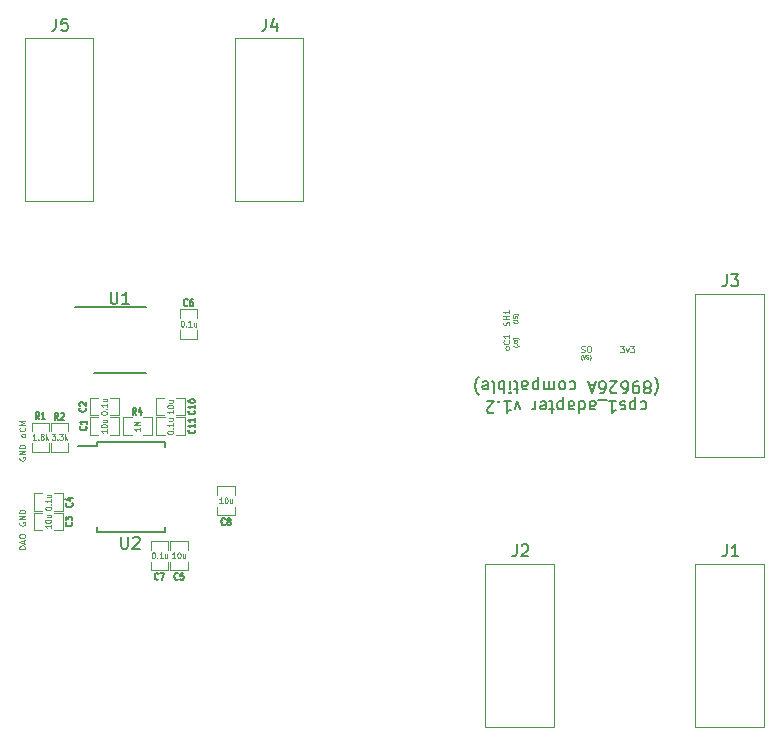
<source format=gbr>
G04 #@! TF.GenerationSoftware,KiCad,Pcbnew,5.1.2+dfsg1-1*
G04 #@! TF.CreationDate,2019-07-31T23:39:42+03:00*
G04 #@! TF.ProjectId,cps1_adapter,63707331-5f61-4646-9170-7465722e6b69,rev?*
G04 #@! TF.SameCoordinates,Original*
G04 #@! TF.FileFunction,Legend,Top*
G04 #@! TF.FilePolarity,Positive*
%FSLAX46Y46*%
G04 Gerber Fmt 4.6, Leading zero omitted, Abs format (unit mm)*
G04 Created by KiCad (PCBNEW 5.1.2+dfsg1-1) date 2019-07-31 23:39:42*
%MOMM*%
%LPD*%
G04 APERTURE LIST*
%ADD10C,0.075000*%
%ADD11C,0.200000*%
%ADD12C,0.150000*%
%ADD13C,0.120000*%
%ADD14C,0.119380*%
%ADD15C,0.127000*%
%ADD16C,0.114300*%
%ADD17C,0.100000*%
G04 APERTURE END LIST*
D10*
X86150000Y-57720000D02*
X86135714Y-57734285D01*
X86092857Y-57762857D01*
X86064285Y-57777142D01*
X86021428Y-57791428D01*
X85950000Y-57805714D01*
X85892857Y-57805714D01*
X85821428Y-57791428D01*
X85778571Y-57777142D01*
X85750000Y-57762857D01*
X85707142Y-57734285D01*
X85692857Y-57720000D01*
X85735714Y-57520000D02*
X85950000Y-57520000D01*
X85992857Y-57534285D01*
X86021428Y-57562857D01*
X86035714Y-57605714D01*
X86035714Y-57634285D01*
X85735714Y-57234285D02*
X85735714Y-57377142D01*
X85878571Y-57391428D01*
X85864285Y-57377142D01*
X85850000Y-57348571D01*
X85850000Y-57277142D01*
X85864285Y-57248571D01*
X85878571Y-57234285D01*
X85907142Y-57220000D01*
X85978571Y-57220000D01*
X86007142Y-57234285D01*
X86021428Y-57248571D01*
X86035714Y-57277142D01*
X86035714Y-57348571D01*
X86021428Y-57377142D01*
X86007142Y-57391428D01*
X86150000Y-57120000D02*
X86135714Y-57105714D01*
X86092857Y-57077142D01*
X86064285Y-57062857D01*
X86021428Y-57048571D01*
X85950000Y-57034285D01*
X85892857Y-57034285D01*
X85821428Y-57048571D01*
X85778571Y-57062857D01*
X85750000Y-57077142D01*
X85707142Y-57105714D01*
X85692857Y-57120000D01*
X86170000Y-59740000D02*
X86155714Y-59754285D01*
X86112857Y-59782857D01*
X86084285Y-59797142D01*
X86041428Y-59811428D01*
X85970000Y-59825714D01*
X85912857Y-59825714D01*
X85841428Y-59811428D01*
X85798571Y-59797142D01*
X85770000Y-59782857D01*
X85727142Y-59754285D01*
X85712857Y-59740000D01*
X85755714Y-59540000D02*
X85970000Y-59540000D01*
X86012857Y-59554285D01*
X86041428Y-59582857D01*
X86055714Y-59625714D01*
X86055714Y-59654285D01*
X85755714Y-59425714D02*
X85755714Y-59240000D01*
X85870000Y-59340000D01*
X85870000Y-59297142D01*
X85884285Y-59268571D01*
X85898571Y-59254285D01*
X85927142Y-59240000D01*
X85998571Y-59240000D01*
X86027142Y-59254285D01*
X86041428Y-59268571D01*
X86055714Y-59297142D01*
X86055714Y-59382857D01*
X86041428Y-59411428D01*
X86027142Y-59425714D01*
X86170000Y-59140000D02*
X86155714Y-59125714D01*
X86112857Y-59097142D01*
X86084285Y-59082857D01*
X86041428Y-59068571D01*
X85970000Y-59054285D01*
X85912857Y-59054285D01*
X85841428Y-59068571D01*
X85798571Y-59082857D01*
X85770000Y-59097142D01*
X85727142Y-59125714D01*
X85712857Y-59140000D01*
X91545714Y-60940000D02*
X91531428Y-60925714D01*
X91502857Y-60882857D01*
X91488571Y-60854285D01*
X91474285Y-60811428D01*
X91460000Y-60740000D01*
X91460000Y-60682857D01*
X91474285Y-60611428D01*
X91488571Y-60568571D01*
X91502857Y-60540000D01*
X91531428Y-60497142D01*
X91545714Y-60482857D01*
X91617142Y-60525714D02*
X91717142Y-60825714D01*
X91817142Y-60525714D01*
X91902857Y-60811428D02*
X91945714Y-60825714D01*
X92017142Y-60825714D01*
X92045714Y-60811428D01*
X92060000Y-60797142D01*
X92074285Y-60768571D01*
X92074285Y-60740000D01*
X92060000Y-60711428D01*
X92045714Y-60697142D01*
X92017142Y-60682857D01*
X91960000Y-60668571D01*
X91931428Y-60654285D01*
X91917142Y-60640000D01*
X91902857Y-60611428D01*
X91902857Y-60582857D01*
X91917142Y-60554285D01*
X91931428Y-60540000D01*
X91960000Y-60525714D01*
X92031428Y-60525714D01*
X92074285Y-60540000D01*
X92174285Y-60940000D02*
X92188571Y-60925714D01*
X92217142Y-60882857D01*
X92231428Y-60854285D01*
X92245714Y-60811428D01*
X92260000Y-60740000D01*
X92260000Y-60682857D01*
X92245714Y-60611428D01*
X92231428Y-60568571D01*
X92217142Y-60540000D01*
X92188571Y-60497142D01*
X92174285Y-60482857D01*
D11*
X96491904Y-64495238D02*
X96587142Y-64447619D01*
X96777619Y-64447619D01*
X96872857Y-64495238D01*
X96920476Y-64542857D01*
X96968095Y-64638095D01*
X96968095Y-64923809D01*
X96920476Y-65019047D01*
X96872857Y-65066666D01*
X96777619Y-65114285D01*
X96587142Y-65114285D01*
X96491904Y-65066666D01*
X96063333Y-65114285D02*
X96063333Y-64114285D01*
X96063333Y-65066666D02*
X95968095Y-65114285D01*
X95777619Y-65114285D01*
X95682380Y-65066666D01*
X95634761Y-65019047D01*
X95587142Y-64923809D01*
X95587142Y-64638095D01*
X95634761Y-64542857D01*
X95682380Y-64495238D01*
X95777619Y-64447619D01*
X95968095Y-64447619D01*
X96063333Y-64495238D01*
X95206190Y-64495238D02*
X95110952Y-64447619D01*
X94920476Y-64447619D01*
X94825238Y-64495238D01*
X94777619Y-64590476D01*
X94777619Y-64638095D01*
X94825238Y-64733333D01*
X94920476Y-64780952D01*
X95063333Y-64780952D01*
X95158571Y-64828571D01*
X95206190Y-64923809D01*
X95206190Y-64971428D01*
X95158571Y-65066666D01*
X95063333Y-65114285D01*
X94920476Y-65114285D01*
X94825238Y-65066666D01*
X93825238Y-64447619D02*
X94396666Y-64447619D01*
X94110952Y-64447619D02*
X94110952Y-65447619D01*
X94206190Y-65304761D01*
X94301428Y-65209523D01*
X94396666Y-65161904D01*
X93634761Y-64352380D02*
X92872857Y-64352380D01*
X92206190Y-64447619D02*
X92206190Y-64971428D01*
X92253809Y-65066666D01*
X92349047Y-65114285D01*
X92539523Y-65114285D01*
X92634761Y-65066666D01*
X92206190Y-64495238D02*
X92301428Y-64447619D01*
X92539523Y-64447619D01*
X92634761Y-64495238D01*
X92682380Y-64590476D01*
X92682380Y-64685714D01*
X92634761Y-64780952D01*
X92539523Y-64828571D01*
X92301428Y-64828571D01*
X92206190Y-64876190D01*
X91301428Y-64447619D02*
X91301428Y-65447619D01*
X91301428Y-64495238D02*
X91396666Y-64447619D01*
X91587142Y-64447619D01*
X91682380Y-64495238D01*
X91730000Y-64542857D01*
X91777619Y-64638095D01*
X91777619Y-64923809D01*
X91730000Y-65019047D01*
X91682380Y-65066666D01*
X91587142Y-65114285D01*
X91396666Y-65114285D01*
X91301428Y-65066666D01*
X90396666Y-64447619D02*
X90396666Y-64971428D01*
X90444285Y-65066666D01*
X90539523Y-65114285D01*
X90730000Y-65114285D01*
X90825238Y-65066666D01*
X90396666Y-64495238D02*
X90491904Y-64447619D01*
X90730000Y-64447619D01*
X90825238Y-64495238D01*
X90872857Y-64590476D01*
X90872857Y-64685714D01*
X90825238Y-64780952D01*
X90730000Y-64828571D01*
X90491904Y-64828571D01*
X90396666Y-64876190D01*
X89920476Y-65114285D02*
X89920476Y-64114285D01*
X89920476Y-65066666D02*
X89825238Y-65114285D01*
X89634761Y-65114285D01*
X89539523Y-65066666D01*
X89491904Y-65019047D01*
X89444285Y-64923809D01*
X89444285Y-64638095D01*
X89491904Y-64542857D01*
X89539523Y-64495238D01*
X89634761Y-64447619D01*
X89825238Y-64447619D01*
X89920476Y-64495238D01*
X89158571Y-65114285D02*
X88777619Y-65114285D01*
X89015714Y-65447619D02*
X89015714Y-64590476D01*
X88968095Y-64495238D01*
X88872857Y-64447619D01*
X88777619Y-64447619D01*
X88063333Y-64495238D02*
X88158571Y-64447619D01*
X88349047Y-64447619D01*
X88444285Y-64495238D01*
X88491904Y-64590476D01*
X88491904Y-64971428D01*
X88444285Y-65066666D01*
X88349047Y-65114285D01*
X88158571Y-65114285D01*
X88063333Y-65066666D01*
X88015714Y-64971428D01*
X88015714Y-64876190D01*
X88491904Y-64780952D01*
X87587142Y-64447619D02*
X87587142Y-65114285D01*
X87587142Y-64923809D02*
X87539523Y-65019047D01*
X87491904Y-65066666D01*
X87396666Y-65114285D01*
X87301428Y-65114285D01*
X86301428Y-65114285D02*
X86063333Y-64447619D01*
X85825238Y-65114285D01*
X84920476Y-64447619D02*
X85491904Y-64447619D01*
X85206190Y-64447619D02*
X85206190Y-65447619D01*
X85301428Y-65304761D01*
X85396666Y-65209523D01*
X85491904Y-65161904D01*
X84491904Y-64542857D02*
X84444285Y-64495238D01*
X84491904Y-64447619D01*
X84539523Y-64495238D01*
X84491904Y-64542857D01*
X84491904Y-64447619D01*
X84063333Y-65352380D02*
X84015714Y-65400000D01*
X83920476Y-65447619D01*
X83682380Y-65447619D01*
X83587142Y-65400000D01*
X83539523Y-65352380D01*
X83491904Y-65257142D01*
X83491904Y-65161904D01*
X83539523Y-65019047D01*
X84110952Y-64447619D01*
X83491904Y-64447619D01*
X97682380Y-62366666D02*
X97730000Y-62414285D01*
X97825238Y-62557142D01*
X97872857Y-62652380D01*
X97920476Y-62795238D01*
X97968095Y-63033333D01*
X97968095Y-63223809D01*
X97920476Y-63461904D01*
X97872857Y-63604761D01*
X97825238Y-63700000D01*
X97730000Y-63842857D01*
X97682380Y-63890476D01*
X97158571Y-63319047D02*
X97253809Y-63366666D01*
X97301428Y-63414285D01*
X97349047Y-63509523D01*
X97349047Y-63557142D01*
X97301428Y-63652380D01*
X97253809Y-63700000D01*
X97158571Y-63747619D01*
X96968095Y-63747619D01*
X96872857Y-63700000D01*
X96825238Y-63652380D01*
X96777619Y-63557142D01*
X96777619Y-63509523D01*
X96825238Y-63414285D01*
X96872857Y-63366666D01*
X96968095Y-63319047D01*
X97158571Y-63319047D01*
X97253809Y-63271428D01*
X97301428Y-63223809D01*
X97349047Y-63128571D01*
X97349047Y-62938095D01*
X97301428Y-62842857D01*
X97253809Y-62795238D01*
X97158571Y-62747619D01*
X96968095Y-62747619D01*
X96872857Y-62795238D01*
X96825238Y-62842857D01*
X96777619Y-62938095D01*
X96777619Y-63128571D01*
X96825238Y-63223809D01*
X96872857Y-63271428D01*
X96968095Y-63319047D01*
X96301428Y-62747619D02*
X96110952Y-62747619D01*
X96015714Y-62795238D01*
X95968095Y-62842857D01*
X95872857Y-62985714D01*
X95825238Y-63176190D01*
X95825238Y-63557142D01*
X95872857Y-63652380D01*
X95920476Y-63700000D01*
X96015714Y-63747619D01*
X96206190Y-63747619D01*
X96301428Y-63700000D01*
X96349047Y-63652380D01*
X96396666Y-63557142D01*
X96396666Y-63319047D01*
X96349047Y-63223809D01*
X96301428Y-63176190D01*
X96206190Y-63128571D01*
X96015714Y-63128571D01*
X95920476Y-63176190D01*
X95872857Y-63223809D01*
X95825238Y-63319047D01*
X94968095Y-63747619D02*
X95158571Y-63747619D01*
X95253809Y-63700000D01*
X95301428Y-63652380D01*
X95396666Y-63509523D01*
X95444285Y-63319047D01*
X95444285Y-62938095D01*
X95396666Y-62842857D01*
X95349047Y-62795238D01*
X95253809Y-62747619D01*
X95063333Y-62747619D01*
X94968095Y-62795238D01*
X94920476Y-62842857D01*
X94872857Y-62938095D01*
X94872857Y-63176190D01*
X94920476Y-63271428D01*
X94968095Y-63319047D01*
X95063333Y-63366666D01*
X95253809Y-63366666D01*
X95349047Y-63319047D01*
X95396666Y-63271428D01*
X95444285Y-63176190D01*
X94491904Y-63652380D02*
X94444285Y-63700000D01*
X94349047Y-63747619D01*
X94110952Y-63747619D01*
X94015714Y-63700000D01*
X93968095Y-63652380D01*
X93920476Y-63557142D01*
X93920476Y-63461904D01*
X93968095Y-63319047D01*
X94539523Y-62747619D01*
X93920476Y-62747619D01*
X93063333Y-63747619D02*
X93253809Y-63747619D01*
X93349047Y-63700000D01*
X93396666Y-63652380D01*
X93491904Y-63509523D01*
X93539523Y-63319047D01*
X93539523Y-62938095D01*
X93491904Y-62842857D01*
X93444285Y-62795238D01*
X93349047Y-62747619D01*
X93158571Y-62747619D01*
X93063333Y-62795238D01*
X93015714Y-62842857D01*
X92968095Y-62938095D01*
X92968095Y-63176190D01*
X93015714Y-63271428D01*
X93063333Y-63319047D01*
X93158571Y-63366666D01*
X93349047Y-63366666D01*
X93444285Y-63319047D01*
X93491904Y-63271428D01*
X93539523Y-63176190D01*
X92587142Y-63033333D02*
X92110952Y-63033333D01*
X92682380Y-62747619D02*
X92349047Y-63747619D01*
X92015714Y-62747619D01*
X90491904Y-62795238D02*
X90587142Y-62747619D01*
X90777619Y-62747619D01*
X90872857Y-62795238D01*
X90920476Y-62842857D01*
X90968095Y-62938095D01*
X90968095Y-63223809D01*
X90920476Y-63319047D01*
X90872857Y-63366666D01*
X90777619Y-63414285D01*
X90587142Y-63414285D01*
X90491904Y-63366666D01*
X89920476Y-62747619D02*
X90015714Y-62795238D01*
X90063333Y-62842857D01*
X90110952Y-62938095D01*
X90110952Y-63223809D01*
X90063333Y-63319047D01*
X90015714Y-63366666D01*
X89920476Y-63414285D01*
X89777619Y-63414285D01*
X89682380Y-63366666D01*
X89634761Y-63319047D01*
X89587142Y-63223809D01*
X89587142Y-62938095D01*
X89634761Y-62842857D01*
X89682380Y-62795238D01*
X89777619Y-62747619D01*
X89920476Y-62747619D01*
X89158571Y-62747619D02*
X89158571Y-63414285D01*
X89158571Y-63319047D02*
X89110952Y-63366666D01*
X89015714Y-63414285D01*
X88872857Y-63414285D01*
X88777619Y-63366666D01*
X88730000Y-63271428D01*
X88730000Y-62747619D01*
X88730000Y-63271428D02*
X88682380Y-63366666D01*
X88587142Y-63414285D01*
X88444285Y-63414285D01*
X88349047Y-63366666D01*
X88301428Y-63271428D01*
X88301428Y-62747619D01*
X87825238Y-63414285D02*
X87825238Y-62414285D01*
X87825238Y-63366666D02*
X87730000Y-63414285D01*
X87539523Y-63414285D01*
X87444285Y-63366666D01*
X87396666Y-63319047D01*
X87349047Y-63223809D01*
X87349047Y-62938095D01*
X87396666Y-62842857D01*
X87444285Y-62795238D01*
X87539523Y-62747619D01*
X87730000Y-62747619D01*
X87825238Y-62795238D01*
X86491904Y-62747619D02*
X86491904Y-63271428D01*
X86539523Y-63366666D01*
X86634761Y-63414285D01*
X86825238Y-63414285D01*
X86920476Y-63366666D01*
X86491904Y-62795238D02*
X86587142Y-62747619D01*
X86825238Y-62747619D01*
X86920476Y-62795238D01*
X86968095Y-62890476D01*
X86968095Y-62985714D01*
X86920476Y-63080952D01*
X86825238Y-63128571D01*
X86587142Y-63128571D01*
X86491904Y-63176190D01*
X86158571Y-63414285D02*
X85777619Y-63414285D01*
X86015714Y-63747619D02*
X86015714Y-62890476D01*
X85968095Y-62795238D01*
X85872857Y-62747619D01*
X85777619Y-62747619D01*
X85444285Y-62747619D02*
X85444285Y-63414285D01*
X85444285Y-63747619D02*
X85491904Y-63700000D01*
X85444285Y-63652380D01*
X85396666Y-63700000D01*
X85444285Y-63747619D01*
X85444285Y-63652380D01*
X84968095Y-62747619D02*
X84968095Y-63747619D01*
X84968095Y-63366666D02*
X84872857Y-63414285D01*
X84682380Y-63414285D01*
X84587142Y-63366666D01*
X84539523Y-63319047D01*
X84491904Y-63223809D01*
X84491904Y-62938095D01*
X84539523Y-62842857D01*
X84587142Y-62795238D01*
X84682380Y-62747619D01*
X84872857Y-62747619D01*
X84968095Y-62795238D01*
X83920476Y-62747619D02*
X84015714Y-62795238D01*
X84063333Y-62890476D01*
X84063333Y-63747619D01*
X83158571Y-62795238D02*
X83253809Y-62747619D01*
X83444285Y-62747619D01*
X83539523Y-62795238D01*
X83587142Y-62890476D01*
X83587142Y-63271428D01*
X83539523Y-63366666D01*
X83444285Y-63414285D01*
X83253809Y-63414285D01*
X83158571Y-63366666D01*
X83110952Y-63271428D01*
X83110952Y-63176190D01*
X83587142Y-63080952D01*
X82777619Y-62366666D02*
X82730000Y-62414285D01*
X82634761Y-62557142D01*
X82587142Y-62652380D01*
X82539523Y-62795238D01*
X82491904Y-63033333D01*
X82491904Y-63223809D01*
X82539523Y-63461904D01*
X82587142Y-63604761D01*
X82634761Y-63700000D01*
X82730000Y-63842857D01*
X82777619Y-63890476D01*
D12*
X50475000Y-67855000D02*
X50475000Y-68205000D01*
X56225000Y-67855000D02*
X56225000Y-68305000D01*
X56225000Y-75505000D02*
X56225000Y-75055000D01*
X50475000Y-75505000D02*
X50475000Y-75055000D01*
X50475000Y-67855000D02*
X56225000Y-67855000D01*
X50475000Y-75505000D02*
X56225000Y-75505000D01*
X50475000Y-68205000D02*
X48875000Y-68205000D01*
X50190000Y-62005000D02*
X54590000Y-62005000D01*
X48615000Y-56480000D02*
X54590000Y-56480000D01*
D13*
X50155000Y-33680000D02*
X44355000Y-33680000D01*
X44355000Y-33680000D02*
X44355000Y-47480000D01*
X44355000Y-47480000D02*
X50155000Y-47480000D01*
X50155000Y-47480000D02*
X50155000Y-33680000D01*
X106935000Y-69120000D02*
X106935000Y-55320000D01*
X101135000Y-69120000D02*
X106935000Y-69120000D01*
X101135000Y-55320000D02*
X101135000Y-69120000D01*
X106935000Y-55320000D02*
X101135000Y-55320000D01*
X89155000Y-78180000D02*
X83355000Y-78180000D01*
X83355000Y-78180000D02*
X83355000Y-91980000D01*
X83355000Y-91980000D02*
X89155000Y-91980000D01*
X89155000Y-91980000D02*
X89155000Y-78180000D01*
X106935000Y-91980000D02*
X106935000Y-78180000D01*
X101135000Y-91980000D02*
X106935000Y-91980000D01*
X101135000Y-78180000D02*
X101135000Y-91980000D01*
X106935000Y-78180000D02*
X101135000Y-78180000D01*
X67935000Y-33680000D02*
X62135000Y-33680000D01*
X62135000Y-33680000D02*
X62135000Y-47480000D01*
X62135000Y-47480000D02*
X67935000Y-47480000D01*
X67935000Y-47480000D02*
X67935000Y-33680000D01*
D14*
X50589620Y-64165940D02*
X49891120Y-64165940D01*
X51590380Y-64165940D02*
X52288880Y-64165940D01*
X50589620Y-65634060D02*
X49891120Y-65634060D01*
X52288880Y-65634060D02*
X51590380Y-65634060D01*
X49850480Y-65636600D02*
X49850480Y-64163400D01*
X52329520Y-64163400D02*
X52329520Y-65636600D01*
X47589520Y-73873400D02*
X47589520Y-75346600D01*
X45110480Y-75346600D02*
X45110480Y-73873400D01*
X47548880Y-75344060D02*
X46850380Y-75344060D01*
X45849620Y-75344060D02*
X45151120Y-75344060D01*
X46850380Y-73875940D02*
X47548880Y-73875940D01*
X45849620Y-73875940D02*
X45151120Y-73875940D01*
X45859620Y-72245940D02*
X45161120Y-72245940D01*
X46860380Y-72245940D02*
X47558880Y-72245940D01*
X45859620Y-73714060D02*
X45161120Y-73714060D01*
X47558880Y-73714060D02*
X46860380Y-73714060D01*
X45120480Y-73716600D02*
X45120480Y-72243400D01*
X47599520Y-72243400D02*
X47599520Y-73716600D01*
X56675940Y-78010380D02*
X56675940Y-78708880D01*
X56675940Y-77009620D02*
X56675940Y-76311120D01*
X58144060Y-78010380D02*
X58144060Y-78708880D01*
X58144060Y-76311120D02*
X58144060Y-77009620D01*
X58146600Y-78749520D02*
X56673400Y-78749520D01*
X56673400Y-76270480D02*
X58146600Y-76270480D01*
X57200380Y-67264060D02*
X57898880Y-67264060D01*
X56199620Y-67264060D02*
X55501120Y-67264060D01*
X57200380Y-65795940D02*
X57898880Y-65795940D01*
X55501120Y-65795940D02*
X56199620Y-65795940D01*
X57939520Y-65793400D02*
X57939520Y-67266600D01*
X55460480Y-67266600D02*
X55460480Y-65793400D01*
X55450480Y-65636600D02*
X55450480Y-64163400D01*
X57929520Y-64163400D02*
X57929520Y-65636600D01*
X55491120Y-64165940D02*
X56189620Y-64165940D01*
X57190380Y-64165940D02*
X57888880Y-64165940D01*
X56189620Y-65634060D02*
X55491120Y-65634060D01*
X57190380Y-65634060D02*
X57888880Y-65634060D01*
X62136600Y-74099520D02*
X60663400Y-74099520D01*
X60663400Y-71620480D02*
X62136600Y-71620480D01*
X60665940Y-74058880D02*
X60665940Y-73360380D01*
X60665940Y-72359620D02*
X60665940Y-71661120D01*
X62134060Y-73360380D02*
X62134060Y-74058880D01*
X62134060Y-72359620D02*
X62134060Y-71661120D01*
X55045940Y-78010380D02*
X55045940Y-78708880D01*
X55045940Y-77009620D02*
X55045940Y-76311120D01*
X56514060Y-78010380D02*
X56514060Y-78708880D01*
X56514060Y-76311120D02*
X56514060Y-77009620D01*
X56516600Y-78749520D02*
X55043400Y-78749520D01*
X55043400Y-76270480D02*
X56516600Y-76270480D01*
X57493400Y-56650480D02*
X58966600Y-56650480D01*
X58966600Y-59129520D02*
X57493400Y-59129520D01*
X58964060Y-56691120D02*
X58964060Y-57389620D01*
X58964060Y-58390380D02*
X58964060Y-59088880D01*
X57495940Y-57389620D02*
X57495940Y-56691120D01*
X57495940Y-58390380D02*
X57495940Y-59088880D01*
X50589620Y-65795940D02*
X49891120Y-65795940D01*
X51590380Y-65795940D02*
X52288880Y-65795940D01*
X50589620Y-67264060D02*
X49891120Y-67264060D01*
X52288880Y-67264060D02*
X51590380Y-67264060D01*
X49850480Y-67266600D02*
X49850480Y-65793400D01*
X52329520Y-65793400D02*
X52329520Y-67266600D01*
X54400380Y-67274060D02*
X55098880Y-67274060D01*
X53399620Y-67274060D02*
X52701120Y-67274060D01*
X54400380Y-65805940D02*
X55098880Y-65805940D01*
X52701120Y-65805940D02*
X53399620Y-65805940D01*
X55139520Y-65803400D02*
X55139520Y-67276600D01*
X52660480Y-67276600D02*
X52660480Y-65803400D01*
X48044060Y-66979620D02*
X48044060Y-66281120D01*
X48044060Y-67980380D02*
X48044060Y-68678880D01*
X46575940Y-66979620D02*
X46575940Y-66281120D01*
X46575940Y-68678880D02*
X46575940Y-67980380D01*
X46573400Y-66240480D02*
X48046600Y-66240480D01*
X48046600Y-68719520D02*
X46573400Y-68719520D01*
X44953400Y-66240480D02*
X46426600Y-66240480D01*
X46426600Y-68719520D02*
X44953400Y-68719520D01*
X46424060Y-66281120D02*
X46424060Y-66979620D01*
X46424060Y-67980380D02*
X46424060Y-68678880D01*
X44955940Y-66979620D02*
X44955940Y-66281120D01*
X44955940Y-67980380D02*
X44955940Y-68678880D01*
D12*
X52518095Y-75922380D02*
X52518095Y-76731904D01*
X52565714Y-76827142D01*
X52613333Y-76874761D01*
X52708571Y-76922380D01*
X52899047Y-76922380D01*
X52994285Y-76874761D01*
X53041904Y-76827142D01*
X53089523Y-76731904D01*
X53089523Y-75922380D01*
X53518095Y-76017619D02*
X53565714Y-75970000D01*
X53660952Y-75922380D01*
X53899047Y-75922380D01*
X53994285Y-75970000D01*
X54041904Y-76017619D01*
X54089523Y-76112857D01*
X54089523Y-76208095D01*
X54041904Y-76350952D01*
X53470476Y-76922380D01*
X54089523Y-76922380D01*
X51628095Y-55182380D02*
X51628095Y-55991904D01*
X51675714Y-56087142D01*
X51723333Y-56134761D01*
X51818571Y-56182380D01*
X52009047Y-56182380D01*
X52104285Y-56134761D01*
X52151904Y-56087142D01*
X52199523Y-55991904D01*
X52199523Y-55182380D01*
X53199523Y-56182380D02*
X52628095Y-56182380D01*
X52913809Y-56182380D02*
X52913809Y-55182380D01*
X52818571Y-55325238D01*
X52723333Y-55420476D01*
X52628095Y-55468095D01*
X47008026Y-32064400D02*
X47008026Y-32778686D01*
X46960407Y-32921543D01*
X46865169Y-33016781D01*
X46722312Y-33064400D01*
X46627074Y-33064400D01*
X47960407Y-32064400D02*
X47484217Y-32064400D01*
X47436598Y-32540591D01*
X47484217Y-32492972D01*
X47579455Y-32445353D01*
X47817550Y-32445353D01*
X47912788Y-32492972D01*
X47960407Y-32540591D01*
X48008026Y-32635829D01*
X48008026Y-32873924D01*
X47960407Y-32969162D01*
X47912788Y-33016781D01*
X47817550Y-33064400D01*
X47579455Y-33064400D01*
X47484217Y-33016781D01*
X47436598Y-32969162D01*
X103788026Y-53704400D02*
X103788026Y-54418686D01*
X103740407Y-54561543D01*
X103645169Y-54656781D01*
X103502312Y-54704400D01*
X103407074Y-54704400D01*
X104168979Y-53704400D02*
X104788026Y-53704400D01*
X104454693Y-54085353D01*
X104597550Y-54085353D01*
X104692788Y-54132972D01*
X104740407Y-54180591D01*
X104788026Y-54275829D01*
X104788026Y-54513924D01*
X104740407Y-54609162D01*
X104692788Y-54656781D01*
X104597550Y-54704400D01*
X104311836Y-54704400D01*
X104216598Y-54656781D01*
X104168979Y-54609162D01*
X86008026Y-76564400D02*
X86008026Y-77278686D01*
X85960407Y-77421543D01*
X85865169Y-77516781D01*
X85722312Y-77564400D01*
X85627074Y-77564400D01*
X86436598Y-76659639D02*
X86484217Y-76612020D01*
X86579455Y-76564400D01*
X86817550Y-76564400D01*
X86912788Y-76612020D01*
X86960407Y-76659639D01*
X87008026Y-76754877D01*
X87008026Y-76850115D01*
X86960407Y-76992972D01*
X86388979Y-77564400D01*
X87008026Y-77564400D01*
X103788026Y-76564400D02*
X103788026Y-77278686D01*
X103740407Y-77421543D01*
X103645169Y-77516781D01*
X103502312Y-77564400D01*
X103407074Y-77564400D01*
X104788026Y-77564400D02*
X104216598Y-77564400D01*
X104502312Y-77564400D02*
X104502312Y-76564400D01*
X104407074Y-76707258D01*
X104311836Y-76802496D01*
X104216598Y-76850115D01*
X64788026Y-32064400D02*
X64788026Y-32778686D01*
X64740407Y-32921543D01*
X64645169Y-33016781D01*
X64502312Y-33064400D01*
X64407074Y-33064400D01*
X65692788Y-32397734D02*
X65692788Y-33064400D01*
X65454693Y-32016781D02*
X65216598Y-32731067D01*
X65835645Y-32731067D01*
D15*
X49508642Y-64994666D02*
X49536461Y-65018857D01*
X49564280Y-65091428D01*
X49564280Y-65139809D01*
X49536461Y-65212380D01*
X49480823Y-65260761D01*
X49425185Y-65284952D01*
X49313909Y-65309142D01*
X49230452Y-65309142D01*
X49119176Y-65284952D01*
X49063538Y-65260761D01*
X49007900Y-65212380D01*
X48980080Y-65139809D01*
X48980080Y-65091428D01*
X49007900Y-65018857D01*
X49035719Y-64994666D01*
X49035719Y-64801142D02*
X49007900Y-64776952D01*
X48980080Y-64728571D01*
X48980080Y-64607619D01*
X49007900Y-64559238D01*
X49035719Y-64535047D01*
X49091357Y-64510857D01*
X49146995Y-64510857D01*
X49230452Y-64535047D01*
X49564280Y-64825333D01*
X49564280Y-64510857D01*
D16*
X50811809Y-65455171D02*
X50811809Y-65411628D01*
X50836000Y-65368085D01*
X50860190Y-65346314D01*
X50908571Y-65324542D01*
X51005333Y-65302771D01*
X51126285Y-65302771D01*
X51223047Y-65324542D01*
X51271428Y-65346314D01*
X51295619Y-65368085D01*
X51319809Y-65411628D01*
X51319809Y-65455171D01*
X51295619Y-65498714D01*
X51271428Y-65520485D01*
X51223047Y-65542257D01*
X51126285Y-65564028D01*
X51005333Y-65564028D01*
X50908571Y-65542257D01*
X50860190Y-65520485D01*
X50836000Y-65498714D01*
X50811809Y-65455171D01*
X51271428Y-65106828D02*
X51295619Y-65085057D01*
X51319809Y-65106828D01*
X51295619Y-65128600D01*
X51271428Y-65106828D01*
X51319809Y-65106828D01*
X51319809Y-64649628D02*
X51319809Y-64910885D01*
X51319809Y-64780257D02*
X50811809Y-64780257D01*
X50884380Y-64823800D01*
X50932761Y-64867342D01*
X50956952Y-64910885D01*
X50981142Y-64257742D02*
X51319809Y-64257742D01*
X50981142Y-64453685D02*
X51247238Y-64453685D01*
X51295619Y-64431914D01*
X51319809Y-64388371D01*
X51319809Y-64323057D01*
X51295619Y-64279514D01*
X51271428Y-64257742D01*
D15*
X48336642Y-74694666D02*
X48364461Y-74718857D01*
X48392280Y-74791428D01*
X48392280Y-74839809D01*
X48364461Y-74912380D01*
X48308823Y-74960761D01*
X48253185Y-74984952D01*
X48141909Y-75009142D01*
X48058452Y-75009142D01*
X47947176Y-74984952D01*
X47891538Y-74960761D01*
X47835900Y-74912380D01*
X47808080Y-74839809D01*
X47808080Y-74791428D01*
X47835900Y-74718857D01*
X47863719Y-74694666D01*
X47808080Y-74525333D02*
X47808080Y-74210857D01*
X48030633Y-74380190D01*
X48030633Y-74307619D01*
X48058452Y-74259238D01*
X48086271Y-74235047D01*
X48141909Y-74210857D01*
X48281004Y-74210857D01*
X48336642Y-74235047D01*
X48364461Y-74259238D01*
X48392280Y-74307619D01*
X48392280Y-74452761D01*
X48364461Y-74501142D01*
X48336642Y-74525333D01*
D16*
X46579809Y-74903914D02*
X46579809Y-75165171D01*
X46579809Y-75034542D02*
X46071809Y-75034542D01*
X46144380Y-75078085D01*
X46192761Y-75121628D01*
X46216952Y-75165171D01*
X46071809Y-74620885D02*
X46071809Y-74577342D01*
X46096000Y-74533800D01*
X46120190Y-74512028D01*
X46168571Y-74490257D01*
X46265333Y-74468485D01*
X46386285Y-74468485D01*
X46483047Y-74490257D01*
X46531428Y-74512028D01*
X46555619Y-74533800D01*
X46579809Y-74577342D01*
X46579809Y-74620885D01*
X46555619Y-74664428D01*
X46531428Y-74686200D01*
X46483047Y-74707971D01*
X46386285Y-74729742D01*
X46265333Y-74729742D01*
X46168571Y-74707971D01*
X46120190Y-74686200D01*
X46096000Y-74664428D01*
X46071809Y-74620885D01*
X46241142Y-74076600D02*
X46579809Y-74076600D01*
X46241142Y-74272542D02*
X46507238Y-74272542D01*
X46555619Y-74250771D01*
X46579809Y-74207228D01*
X46579809Y-74141914D01*
X46555619Y-74098371D01*
X46531428Y-74076600D01*
D15*
X48346642Y-73064666D02*
X48374461Y-73088857D01*
X48402280Y-73161428D01*
X48402280Y-73209809D01*
X48374461Y-73282380D01*
X48318823Y-73330761D01*
X48263185Y-73354952D01*
X48151909Y-73379142D01*
X48068452Y-73379142D01*
X47957176Y-73354952D01*
X47901538Y-73330761D01*
X47845900Y-73282380D01*
X47818080Y-73209809D01*
X47818080Y-73161428D01*
X47845900Y-73088857D01*
X47873719Y-73064666D01*
X48012814Y-72629238D02*
X48402280Y-72629238D01*
X47790261Y-72750190D02*
X48207547Y-72871142D01*
X48207547Y-72556666D01*
D16*
X46081809Y-73535171D02*
X46081809Y-73491628D01*
X46106000Y-73448085D01*
X46130190Y-73426314D01*
X46178571Y-73404542D01*
X46275333Y-73382771D01*
X46396285Y-73382771D01*
X46493047Y-73404542D01*
X46541428Y-73426314D01*
X46565619Y-73448085D01*
X46589809Y-73491628D01*
X46589809Y-73535171D01*
X46565619Y-73578714D01*
X46541428Y-73600485D01*
X46493047Y-73622257D01*
X46396285Y-73644028D01*
X46275333Y-73644028D01*
X46178571Y-73622257D01*
X46130190Y-73600485D01*
X46106000Y-73578714D01*
X46081809Y-73535171D01*
X46541428Y-73186828D02*
X46565619Y-73165057D01*
X46589809Y-73186828D01*
X46565619Y-73208600D01*
X46541428Y-73186828D01*
X46589809Y-73186828D01*
X46589809Y-72729628D02*
X46589809Y-72990885D01*
X46589809Y-72860257D02*
X46081809Y-72860257D01*
X46154380Y-72903800D01*
X46202761Y-72947342D01*
X46226952Y-72990885D01*
X46251142Y-72337742D02*
X46589809Y-72337742D01*
X46251142Y-72533685D02*
X46517238Y-72533685D01*
X46565619Y-72511914D01*
X46589809Y-72468371D01*
X46589809Y-72403057D01*
X46565619Y-72359514D01*
X46541428Y-72337742D01*
D15*
X57335333Y-79488642D02*
X57311142Y-79516461D01*
X57238571Y-79544280D01*
X57190190Y-79544280D01*
X57117619Y-79516461D01*
X57069238Y-79460823D01*
X57045047Y-79405185D01*
X57020857Y-79293909D01*
X57020857Y-79210452D01*
X57045047Y-79099176D01*
X57069238Y-79043538D01*
X57117619Y-78987900D01*
X57190190Y-78960080D01*
X57238571Y-78960080D01*
X57311142Y-78987900D01*
X57335333Y-79015719D01*
X57794952Y-78960080D02*
X57553047Y-78960080D01*
X57528857Y-79238271D01*
X57553047Y-79210452D01*
X57601428Y-79182633D01*
X57722380Y-79182633D01*
X57770761Y-79210452D01*
X57794952Y-79238271D01*
X57819142Y-79293909D01*
X57819142Y-79433004D01*
X57794952Y-79488642D01*
X57770761Y-79516461D01*
X57722380Y-79544280D01*
X57601428Y-79544280D01*
X57553047Y-79516461D01*
X57528857Y-79488642D01*
D16*
X57116085Y-77739809D02*
X56854828Y-77739809D01*
X56985457Y-77739809D02*
X56985457Y-77231809D01*
X56941914Y-77304380D01*
X56898371Y-77352761D01*
X56854828Y-77376952D01*
X57399114Y-77231809D02*
X57442657Y-77231809D01*
X57486200Y-77256000D01*
X57507971Y-77280190D01*
X57529742Y-77328571D01*
X57551514Y-77425333D01*
X57551514Y-77546285D01*
X57529742Y-77643047D01*
X57507971Y-77691428D01*
X57486200Y-77715619D01*
X57442657Y-77739809D01*
X57399114Y-77739809D01*
X57355571Y-77715619D01*
X57333800Y-77691428D01*
X57312028Y-77643047D01*
X57290257Y-77546285D01*
X57290257Y-77425333D01*
X57312028Y-77328571D01*
X57333800Y-77280190D01*
X57355571Y-77256000D01*
X57399114Y-77231809D01*
X57943400Y-77401142D02*
X57943400Y-77739809D01*
X57747457Y-77401142D02*
X57747457Y-77667238D01*
X57769228Y-77715619D01*
X57812771Y-77739809D01*
X57878085Y-77739809D01*
X57921628Y-77715619D01*
X57943400Y-77691428D01*
D15*
X58748642Y-66846571D02*
X58776461Y-66870761D01*
X58804280Y-66943333D01*
X58804280Y-66991714D01*
X58776461Y-67064285D01*
X58720823Y-67112666D01*
X58665185Y-67136857D01*
X58553909Y-67161047D01*
X58470452Y-67161047D01*
X58359176Y-67136857D01*
X58303538Y-67112666D01*
X58247900Y-67064285D01*
X58220080Y-66991714D01*
X58220080Y-66943333D01*
X58247900Y-66870761D01*
X58275719Y-66846571D01*
X58804280Y-66362761D02*
X58804280Y-66653047D01*
X58804280Y-66507904D02*
X58220080Y-66507904D01*
X58303538Y-66556285D01*
X58359176Y-66604666D01*
X58386995Y-66653047D01*
X58804280Y-65878952D02*
X58804280Y-66169238D01*
X58804280Y-66024095D02*
X58220080Y-66024095D01*
X58303538Y-66072476D01*
X58359176Y-66120857D01*
X58386995Y-66169238D01*
D16*
X56421809Y-67085171D02*
X56421809Y-67041628D01*
X56446000Y-66998085D01*
X56470190Y-66976314D01*
X56518571Y-66954542D01*
X56615333Y-66932771D01*
X56736285Y-66932771D01*
X56833047Y-66954542D01*
X56881428Y-66976314D01*
X56905619Y-66998085D01*
X56929809Y-67041628D01*
X56929809Y-67085171D01*
X56905619Y-67128714D01*
X56881428Y-67150485D01*
X56833047Y-67172257D01*
X56736285Y-67194028D01*
X56615333Y-67194028D01*
X56518571Y-67172257D01*
X56470190Y-67150485D01*
X56446000Y-67128714D01*
X56421809Y-67085171D01*
X56881428Y-66736828D02*
X56905619Y-66715057D01*
X56929809Y-66736828D01*
X56905619Y-66758600D01*
X56881428Y-66736828D01*
X56929809Y-66736828D01*
X56929809Y-66279628D02*
X56929809Y-66540885D01*
X56929809Y-66410257D02*
X56421809Y-66410257D01*
X56494380Y-66453800D01*
X56542761Y-66497342D01*
X56566952Y-66540885D01*
X56591142Y-65887742D02*
X56929809Y-65887742D01*
X56591142Y-66083685D02*
X56857238Y-66083685D01*
X56905619Y-66061914D01*
X56929809Y-66018371D01*
X56929809Y-65953057D01*
X56905619Y-65909514D01*
X56881428Y-65887742D01*
D15*
X58728642Y-65236571D02*
X58756461Y-65260761D01*
X58784280Y-65333333D01*
X58784280Y-65381714D01*
X58756461Y-65454285D01*
X58700823Y-65502666D01*
X58645185Y-65526857D01*
X58533909Y-65551047D01*
X58450452Y-65551047D01*
X58339176Y-65526857D01*
X58283538Y-65502666D01*
X58227900Y-65454285D01*
X58200080Y-65381714D01*
X58200080Y-65333333D01*
X58227900Y-65260761D01*
X58255719Y-65236571D01*
X58784280Y-64752761D02*
X58784280Y-65043047D01*
X58784280Y-64897904D02*
X58200080Y-64897904D01*
X58283538Y-64946285D01*
X58339176Y-64994666D01*
X58366995Y-65043047D01*
X58200080Y-64438285D02*
X58200080Y-64389904D01*
X58227900Y-64341523D01*
X58255719Y-64317333D01*
X58311357Y-64293142D01*
X58422633Y-64268952D01*
X58561728Y-64268952D01*
X58673004Y-64293142D01*
X58728642Y-64317333D01*
X58756461Y-64341523D01*
X58784280Y-64389904D01*
X58784280Y-64438285D01*
X58756461Y-64486666D01*
X58728642Y-64510857D01*
X58673004Y-64535047D01*
X58561728Y-64559238D01*
X58422633Y-64559238D01*
X58311357Y-64535047D01*
X58255719Y-64510857D01*
X58227900Y-64486666D01*
X58200080Y-64438285D01*
D16*
X56919809Y-65193914D02*
X56919809Y-65455171D01*
X56919809Y-65324542D02*
X56411809Y-65324542D01*
X56484380Y-65368085D01*
X56532761Y-65411628D01*
X56556952Y-65455171D01*
X56411809Y-64910885D02*
X56411809Y-64867342D01*
X56436000Y-64823800D01*
X56460190Y-64802028D01*
X56508571Y-64780257D01*
X56605333Y-64758485D01*
X56726285Y-64758485D01*
X56823047Y-64780257D01*
X56871428Y-64802028D01*
X56895619Y-64823800D01*
X56919809Y-64867342D01*
X56919809Y-64910885D01*
X56895619Y-64954428D01*
X56871428Y-64976200D01*
X56823047Y-64997971D01*
X56726285Y-65019742D01*
X56605333Y-65019742D01*
X56508571Y-64997971D01*
X56460190Y-64976200D01*
X56436000Y-64954428D01*
X56411809Y-64910885D01*
X56581142Y-64366600D02*
X56919809Y-64366600D01*
X56581142Y-64562542D02*
X56847238Y-64562542D01*
X56895619Y-64540771D01*
X56919809Y-64497228D01*
X56919809Y-64431914D01*
X56895619Y-64388371D01*
X56871428Y-64366600D01*
D15*
X61315333Y-74846642D02*
X61291142Y-74874461D01*
X61218571Y-74902280D01*
X61170190Y-74902280D01*
X61097619Y-74874461D01*
X61049238Y-74818823D01*
X61025047Y-74763185D01*
X61000857Y-74651909D01*
X61000857Y-74568452D01*
X61025047Y-74457176D01*
X61049238Y-74401538D01*
X61097619Y-74345900D01*
X61170190Y-74318080D01*
X61218571Y-74318080D01*
X61291142Y-74345900D01*
X61315333Y-74373719D01*
X61605619Y-74568452D02*
X61557238Y-74540633D01*
X61533047Y-74512814D01*
X61508857Y-74457176D01*
X61508857Y-74429357D01*
X61533047Y-74373719D01*
X61557238Y-74345900D01*
X61605619Y-74318080D01*
X61702380Y-74318080D01*
X61750761Y-74345900D01*
X61774952Y-74373719D01*
X61799142Y-74429357D01*
X61799142Y-74457176D01*
X61774952Y-74512814D01*
X61750761Y-74540633D01*
X61702380Y-74568452D01*
X61605619Y-74568452D01*
X61557238Y-74596271D01*
X61533047Y-74624090D01*
X61508857Y-74679728D01*
X61508857Y-74791004D01*
X61533047Y-74846642D01*
X61557238Y-74874461D01*
X61605619Y-74902280D01*
X61702380Y-74902280D01*
X61750761Y-74874461D01*
X61774952Y-74846642D01*
X61799142Y-74791004D01*
X61799142Y-74679728D01*
X61774952Y-74624090D01*
X61750761Y-74596271D01*
X61702380Y-74568452D01*
D16*
X61106085Y-73089809D02*
X60844828Y-73089809D01*
X60975457Y-73089809D02*
X60975457Y-72581809D01*
X60931914Y-72654380D01*
X60888371Y-72702761D01*
X60844828Y-72726952D01*
X61389114Y-72581809D02*
X61432657Y-72581809D01*
X61476200Y-72606000D01*
X61497971Y-72630190D01*
X61519742Y-72678571D01*
X61541514Y-72775333D01*
X61541514Y-72896285D01*
X61519742Y-72993047D01*
X61497971Y-73041428D01*
X61476200Y-73065619D01*
X61432657Y-73089809D01*
X61389114Y-73089809D01*
X61345571Y-73065619D01*
X61323800Y-73041428D01*
X61302028Y-72993047D01*
X61280257Y-72896285D01*
X61280257Y-72775333D01*
X61302028Y-72678571D01*
X61323800Y-72630190D01*
X61345571Y-72606000D01*
X61389114Y-72581809D01*
X61933400Y-72751142D02*
X61933400Y-73089809D01*
X61737457Y-72751142D02*
X61737457Y-73017238D01*
X61759228Y-73065619D01*
X61802771Y-73089809D01*
X61868085Y-73089809D01*
X61911628Y-73065619D01*
X61933400Y-73041428D01*
D15*
X55675333Y-79498642D02*
X55651142Y-79526461D01*
X55578571Y-79554280D01*
X55530190Y-79554280D01*
X55457619Y-79526461D01*
X55409238Y-79470823D01*
X55385047Y-79415185D01*
X55360857Y-79303909D01*
X55360857Y-79220452D01*
X55385047Y-79109176D01*
X55409238Y-79053538D01*
X55457619Y-78997900D01*
X55530190Y-78970080D01*
X55578571Y-78970080D01*
X55651142Y-78997900D01*
X55675333Y-79025719D01*
X55844666Y-78970080D02*
X56183333Y-78970080D01*
X55965619Y-79554280D01*
D16*
X55224828Y-77231809D02*
X55268371Y-77231809D01*
X55311914Y-77256000D01*
X55333685Y-77280190D01*
X55355457Y-77328571D01*
X55377228Y-77425333D01*
X55377228Y-77546285D01*
X55355457Y-77643047D01*
X55333685Y-77691428D01*
X55311914Y-77715619D01*
X55268371Y-77739809D01*
X55224828Y-77739809D01*
X55181285Y-77715619D01*
X55159514Y-77691428D01*
X55137742Y-77643047D01*
X55115971Y-77546285D01*
X55115971Y-77425333D01*
X55137742Y-77328571D01*
X55159514Y-77280190D01*
X55181285Y-77256000D01*
X55224828Y-77231809D01*
X55573171Y-77691428D02*
X55594942Y-77715619D01*
X55573171Y-77739809D01*
X55551400Y-77715619D01*
X55573171Y-77691428D01*
X55573171Y-77739809D01*
X56030371Y-77739809D02*
X55769114Y-77739809D01*
X55899742Y-77739809D02*
X55899742Y-77231809D01*
X55856200Y-77304380D01*
X55812657Y-77352761D01*
X55769114Y-77376952D01*
X56422257Y-77401142D02*
X56422257Y-77739809D01*
X56226314Y-77401142D02*
X56226314Y-77667238D01*
X56248085Y-77715619D01*
X56291628Y-77739809D01*
X56356942Y-77739809D01*
X56400485Y-77715619D01*
X56422257Y-77691428D01*
D15*
X58145333Y-56320642D02*
X58121142Y-56348461D01*
X58048571Y-56376280D01*
X58000190Y-56376280D01*
X57927619Y-56348461D01*
X57879238Y-56292823D01*
X57855047Y-56237185D01*
X57830857Y-56125909D01*
X57830857Y-56042452D01*
X57855047Y-55931176D01*
X57879238Y-55875538D01*
X57927619Y-55819900D01*
X58000190Y-55792080D01*
X58048571Y-55792080D01*
X58121142Y-55819900D01*
X58145333Y-55847719D01*
X58580761Y-55792080D02*
X58484000Y-55792080D01*
X58435619Y-55819900D01*
X58411428Y-55847719D01*
X58363047Y-55931176D01*
X58338857Y-56042452D01*
X58338857Y-56265004D01*
X58363047Y-56320642D01*
X58387238Y-56348461D01*
X58435619Y-56376280D01*
X58532380Y-56376280D01*
X58580761Y-56348461D01*
X58604952Y-56320642D01*
X58629142Y-56265004D01*
X58629142Y-56125909D01*
X58604952Y-56070271D01*
X58580761Y-56042452D01*
X58532380Y-56014633D01*
X58435619Y-56014633D01*
X58387238Y-56042452D01*
X58363047Y-56070271D01*
X58338857Y-56125909D01*
D16*
X57674828Y-57611809D02*
X57718371Y-57611809D01*
X57761914Y-57636000D01*
X57783685Y-57660190D01*
X57805457Y-57708571D01*
X57827228Y-57805333D01*
X57827228Y-57926285D01*
X57805457Y-58023047D01*
X57783685Y-58071428D01*
X57761914Y-58095619D01*
X57718371Y-58119809D01*
X57674828Y-58119809D01*
X57631285Y-58095619D01*
X57609514Y-58071428D01*
X57587742Y-58023047D01*
X57565971Y-57926285D01*
X57565971Y-57805333D01*
X57587742Y-57708571D01*
X57609514Y-57660190D01*
X57631285Y-57636000D01*
X57674828Y-57611809D01*
X58023171Y-58071428D02*
X58044942Y-58095619D01*
X58023171Y-58119809D01*
X58001400Y-58095619D01*
X58023171Y-58071428D01*
X58023171Y-58119809D01*
X58480371Y-58119809D02*
X58219114Y-58119809D01*
X58349742Y-58119809D02*
X58349742Y-57611809D01*
X58306200Y-57684380D01*
X58262657Y-57732761D01*
X58219114Y-57756952D01*
X58872257Y-57781142D02*
X58872257Y-58119809D01*
X58676314Y-57781142D02*
X58676314Y-58047238D01*
X58698085Y-58095619D01*
X58741628Y-58119809D01*
X58806942Y-58119809D01*
X58850485Y-58095619D01*
X58872257Y-58071428D01*
D15*
X49548642Y-66564666D02*
X49576461Y-66588857D01*
X49604280Y-66661428D01*
X49604280Y-66709809D01*
X49576461Y-66782380D01*
X49520823Y-66830761D01*
X49465185Y-66854952D01*
X49353909Y-66879142D01*
X49270452Y-66879142D01*
X49159176Y-66854952D01*
X49103538Y-66830761D01*
X49047900Y-66782380D01*
X49020080Y-66709809D01*
X49020080Y-66661428D01*
X49047900Y-66588857D01*
X49075719Y-66564666D01*
X49604280Y-66080857D02*
X49604280Y-66371142D01*
X49604280Y-66226000D02*
X49020080Y-66226000D01*
X49103538Y-66274380D01*
X49159176Y-66322761D01*
X49186995Y-66371142D01*
D16*
X51319809Y-66823914D02*
X51319809Y-67085171D01*
X51319809Y-66954542D02*
X50811809Y-66954542D01*
X50884380Y-66998085D01*
X50932761Y-67041628D01*
X50956952Y-67085171D01*
X50811809Y-66540885D02*
X50811809Y-66497342D01*
X50836000Y-66453800D01*
X50860190Y-66432028D01*
X50908571Y-66410257D01*
X51005333Y-66388485D01*
X51126285Y-66388485D01*
X51223047Y-66410257D01*
X51271428Y-66432028D01*
X51295619Y-66453800D01*
X51319809Y-66497342D01*
X51319809Y-66540885D01*
X51295619Y-66584428D01*
X51271428Y-66606200D01*
X51223047Y-66627971D01*
X51126285Y-66649742D01*
X51005333Y-66649742D01*
X50908571Y-66627971D01*
X50860190Y-66606200D01*
X50836000Y-66584428D01*
X50811809Y-66540885D01*
X50981142Y-65996600D02*
X51319809Y-65996600D01*
X50981142Y-66192542D02*
X51247238Y-66192542D01*
X51295619Y-66170771D01*
X51319809Y-66127228D01*
X51319809Y-66061914D01*
X51295619Y-66018371D01*
X51271428Y-65996600D01*
D15*
X53795333Y-65564280D02*
X53626000Y-65286090D01*
X53505047Y-65564280D02*
X53505047Y-64980080D01*
X53698571Y-64980080D01*
X53746952Y-65007900D01*
X53771142Y-65035719D01*
X53795333Y-65091357D01*
X53795333Y-65174814D01*
X53771142Y-65230452D01*
X53746952Y-65258271D01*
X53698571Y-65286090D01*
X53505047Y-65286090D01*
X54230761Y-65174814D02*
X54230761Y-65564280D01*
X54109809Y-64952261D02*
X53988857Y-65369547D01*
X54303333Y-65369547D01*
D16*
X54129809Y-66670628D02*
X54129809Y-66931885D01*
X54129809Y-66801257D02*
X53621809Y-66801257D01*
X53694380Y-66844800D01*
X53742761Y-66888342D01*
X53766952Y-66931885D01*
X54129809Y-66474685D02*
X53621809Y-66474685D01*
X53984666Y-66322285D01*
X53621809Y-66169885D01*
X54129809Y-66169885D01*
D15*
X47195333Y-65984280D02*
X47026000Y-65706090D01*
X46905047Y-65984280D02*
X46905047Y-65400080D01*
X47098571Y-65400080D01*
X47146952Y-65427900D01*
X47171142Y-65455719D01*
X47195333Y-65511357D01*
X47195333Y-65594814D01*
X47171142Y-65650452D01*
X47146952Y-65678271D01*
X47098571Y-65706090D01*
X46905047Y-65706090D01*
X47388857Y-65455719D02*
X47413047Y-65427900D01*
X47461428Y-65400080D01*
X47582380Y-65400080D01*
X47630761Y-65427900D01*
X47654952Y-65455719D01*
X47679142Y-65511357D01*
X47679142Y-65566995D01*
X47654952Y-65650452D01*
X47364666Y-65984280D01*
X47679142Y-65984280D01*
D16*
X46645971Y-67201809D02*
X46929000Y-67201809D01*
X46776600Y-67395333D01*
X46841914Y-67395333D01*
X46885457Y-67419523D01*
X46907228Y-67443714D01*
X46929000Y-67492095D01*
X46929000Y-67613047D01*
X46907228Y-67661428D01*
X46885457Y-67685619D01*
X46841914Y-67709809D01*
X46711285Y-67709809D01*
X46667742Y-67685619D01*
X46645971Y-67661428D01*
X47124942Y-67661428D02*
X47146714Y-67685619D01*
X47124942Y-67709809D01*
X47103171Y-67685619D01*
X47124942Y-67661428D01*
X47124942Y-67709809D01*
X47299114Y-67201809D02*
X47582142Y-67201809D01*
X47429742Y-67395333D01*
X47495057Y-67395333D01*
X47538600Y-67419523D01*
X47560371Y-67443714D01*
X47582142Y-67492095D01*
X47582142Y-67613047D01*
X47560371Y-67661428D01*
X47538600Y-67685619D01*
X47495057Y-67709809D01*
X47364428Y-67709809D01*
X47320885Y-67685619D01*
X47299114Y-67661428D01*
X47778085Y-67709809D02*
X47778085Y-67201809D01*
X47821628Y-67516285D02*
X47952257Y-67709809D01*
X47952257Y-67371142D02*
X47778085Y-67564666D01*
D15*
X45605333Y-65966280D02*
X45436000Y-65688090D01*
X45315047Y-65966280D02*
X45315047Y-65382080D01*
X45508571Y-65382080D01*
X45556952Y-65409900D01*
X45581142Y-65437719D01*
X45605333Y-65493357D01*
X45605333Y-65576814D01*
X45581142Y-65632452D01*
X45556952Y-65660271D01*
X45508571Y-65688090D01*
X45315047Y-65688090D01*
X46089142Y-65966280D02*
X45798857Y-65966280D01*
X45944000Y-65966280D02*
X45944000Y-65382080D01*
X45895619Y-65465538D01*
X45847238Y-65521176D01*
X45798857Y-65548995D01*
D16*
X45309000Y-67709809D02*
X45047742Y-67709809D01*
X45178371Y-67709809D02*
X45178371Y-67201809D01*
X45134828Y-67274380D01*
X45091285Y-67322761D01*
X45047742Y-67346952D01*
X45504942Y-67661428D02*
X45526714Y-67685619D01*
X45504942Y-67709809D01*
X45483171Y-67685619D01*
X45504942Y-67661428D01*
X45504942Y-67709809D01*
X45787971Y-67419523D02*
X45744428Y-67395333D01*
X45722657Y-67371142D01*
X45700885Y-67322761D01*
X45700885Y-67298571D01*
X45722657Y-67250190D01*
X45744428Y-67226000D01*
X45787971Y-67201809D01*
X45875057Y-67201809D01*
X45918600Y-67226000D01*
X45940371Y-67250190D01*
X45962142Y-67298571D01*
X45962142Y-67322761D01*
X45940371Y-67371142D01*
X45918600Y-67395333D01*
X45875057Y-67419523D01*
X45787971Y-67419523D01*
X45744428Y-67443714D01*
X45722657Y-67467904D01*
X45700885Y-67516285D01*
X45700885Y-67613047D01*
X45722657Y-67661428D01*
X45744428Y-67685619D01*
X45787971Y-67709809D01*
X45875057Y-67709809D01*
X45918600Y-67685619D01*
X45940371Y-67661428D01*
X45962142Y-67613047D01*
X45962142Y-67516285D01*
X45940371Y-67467904D01*
X45918600Y-67443714D01*
X45875057Y-67419523D01*
X46158085Y-67709809D02*
X46158085Y-67201809D01*
X46201628Y-67516285D02*
X46332257Y-67709809D01*
X46332257Y-67371142D02*
X46158085Y-67564666D01*
D17*
X44399809Y-67360571D02*
X44375619Y-67408952D01*
X44351428Y-67433142D01*
X44303047Y-67457333D01*
X44157904Y-67457333D01*
X44109523Y-67433142D01*
X44085333Y-67408952D01*
X44061142Y-67360571D01*
X44061142Y-67288000D01*
X44085333Y-67239619D01*
X44109523Y-67215428D01*
X44157904Y-67191238D01*
X44303047Y-67191238D01*
X44351428Y-67215428D01*
X44375619Y-67239619D01*
X44399809Y-67288000D01*
X44399809Y-67360571D01*
X44351428Y-66683238D02*
X44375619Y-66707428D01*
X44399809Y-66780000D01*
X44399809Y-66828380D01*
X44375619Y-66900952D01*
X44327238Y-66949333D01*
X44278857Y-66973523D01*
X44182095Y-66997714D01*
X44109523Y-66997714D01*
X44012761Y-66973523D01*
X43964380Y-66949333D01*
X43916000Y-66900952D01*
X43891809Y-66828380D01*
X43891809Y-66780000D01*
X43916000Y-66707428D01*
X43940190Y-66683238D01*
X44399809Y-66465523D02*
X43891809Y-66465523D01*
X44254666Y-66296190D01*
X43891809Y-66126857D01*
X44399809Y-66126857D01*
X43916000Y-69167047D02*
X43891809Y-69215428D01*
X43891809Y-69288000D01*
X43916000Y-69360571D01*
X43964380Y-69408952D01*
X44012761Y-69433142D01*
X44109523Y-69457333D01*
X44182095Y-69457333D01*
X44278857Y-69433142D01*
X44327238Y-69408952D01*
X44375619Y-69360571D01*
X44399809Y-69288000D01*
X44399809Y-69239619D01*
X44375619Y-69167047D01*
X44351428Y-69142857D01*
X44182095Y-69142857D01*
X44182095Y-69239619D01*
X44399809Y-68925142D02*
X43891809Y-68925142D01*
X44399809Y-68634857D01*
X43891809Y-68634857D01*
X44399809Y-68392952D02*
X43891809Y-68392952D01*
X43891809Y-68272000D01*
X43916000Y-68199428D01*
X43964380Y-68151047D01*
X44012761Y-68126857D01*
X44109523Y-68102666D01*
X44182095Y-68102666D01*
X44278857Y-68126857D01*
X44327238Y-68151047D01*
X44375619Y-68199428D01*
X44399809Y-68272000D01*
X44399809Y-68392952D01*
X85355619Y-58023142D02*
X85379809Y-57950571D01*
X85379809Y-57829619D01*
X85355619Y-57781238D01*
X85331428Y-57757047D01*
X85283047Y-57732857D01*
X85234666Y-57732857D01*
X85186285Y-57757047D01*
X85162095Y-57781238D01*
X85137904Y-57829619D01*
X85113714Y-57926380D01*
X85089523Y-57974761D01*
X85065333Y-57998952D01*
X85016952Y-58023142D01*
X84968571Y-58023142D01*
X84920190Y-57998952D01*
X84896000Y-57974761D01*
X84871809Y-57926380D01*
X84871809Y-57805428D01*
X84896000Y-57732857D01*
X85379809Y-57515142D02*
X84871809Y-57515142D01*
X85113714Y-57515142D02*
X85113714Y-57224857D01*
X85379809Y-57224857D02*
X84871809Y-57224857D01*
X85379809Y-56716857D02*
X85379809Y-57007142D01*
X85379809Y-56862000D02*
X84871809Y-56862000D01*
X84944380Y-56910380D01*
X84992761Y-56958761D01*
X85016952Y-57007142D01*
X85379809Y-59972190D02*
X85355619Y-60020571D01*
X85331428Y-60044761D01*
X85283047Y-60068952D01*
X85137904Y-60068952D01*
X85089523Y-60044761D01*
X85065333Y-60020571D01*
X85041142Y-59972190D01*
X85041142Y-59899619D01*
X85065333Y-59851238D01*
X85089523Y-59827047D01*
X85137904Y-59802857D01*
X85283047Y-59802857D01*
X85331428Y-59827047D01*
X85355619Y-59851238D01*
X85379809Y-59899619D01*
X85379809Y-59972190D01*
X85331428Y-59294857D02*
X85355619Y-59319047D01*
X85379809Y-59391619D01*
X85379809Y-59440000D01*
X85355619Y-59512571D01*
X85307238Y-59560952D01*
X85258857Y-59585142D01*
X85162095Y-59609333D01*
X85089523Y-59609333D01*
X84992761Y-59585142D01*
X84944380Y-59560952D01*
X84896000Y-59512571D01*
X84871809Y-59440000D01*
X84871809Y-59391619D01*
X84896000Y-59319047D01*
X84920190Y-59294857D01*
X85379809Y-58811047D02*
X85379809Y-59101333D01*
X85379809Y-58956190D02*
X84871809Y-58956190D01*
X84944380Y-59004571D01*
X84992761Y-59052952D01*
X85016952Y-59101333D01*
X91468761Y-60255619D02*
X91541333Y-60279809D01*
X91662285Y-60279809D01*
X91710666Y-60255619D01*
X91734857Y-60231428D01*
X91759047Y-60183047D01*
X91759047Y-60134666D01*
X91734857Y-60086285D01*
X91710666Y-60062095D01*
X91662285Y-60037904D01*
X91565523Y-60013714D01*
X91517142Y-59989523D01*
X91492952Y-59965333D01*
X91468761Y-59916952D01*
X91468761Y-59868571D01*
X91492952Y-59820190D01*
X91517142Y-59796000D01*
X91565523Y-59771809D01*
X91686476Y-59771809D01*
X91759047Y-59796000D01*
X92073523Y-59771809D02*
X92170285Y-59771809D01*
X92218666Y-59796000D01*
X92267047Y-59844380D01*
X92291238Y-59941142D01*
X92291238Y-60110476D01*
X92267047Y-60207238D01*
X92218666Y-60255619D01*
X92170285Y-60279809D01*
X92073523Y-60279809D01*
X92025142Y-60255619D01*
X91976761Y-60207238D01*
X91952571Y-60110476D01*
X91952571Y-59941142D01*
X91976761Y-59844380D01*
X92025142Y-59796000D01*
X92073523Y-59771809D01*
X94765238Y-59771809D02*
X95079714Y-59771809D01*
X94910380Y-59965333D01*
X94982952Y-59965333D01*
X95031333Y-59989523D01*
X95055523Y-60013714D01*
X95079714Y-60062095D01*
X95079714Y-60183047D01*
X95055523Y-60231428D01*
X95031333Y-60255619D01*
X94982952Y-60279809D01*
X94837809Y-60279809D01*
X94789428Y-60255619D01*
X94765238Y-60231428D01*
X95249047Y-59941142D02*
X95370000Y-60279809D01*
X95490952Y-59941142D01*
X95636095Y-59771809D02*
X95950571Y-59771809D01*
X95781238Y-59965333D01*
X95853809Y-59965333D01*
X95902190Y-59989523D01*
X95926380Y-60013714D01*
X95950571Y-60062095D01*
X95950571Y-60183047D01*
X95926380Y-60231428D01*
X95902190Y-60255619D01*
X95853809Y-60279809D01*
X95708666Y-60279809D01*
X95660285Y-60255619D01*
X95636095Y-60231428D01*
X44399809Y-76936857D02*
X43891809Y-76936857D01*
X43891809Y-76815904D01*
X43916000Y-76743333D01*
X43964380Y-76694952D01*
X44012761Y-76670761D01*
X44109523Y-76646571D01*
X44182095Y-76646571D01*
X44278857Y-76670761D01*
X44327238Y-76694952D01*
X44375619Y-76743333D01*
X44399809Y-76815904D01*
X44399809Y-76936857D01*
X44254666Y-76453047D02*
X44254666Y-76211142D01*
X44399809Y-76501428D02*
X43891809Y-76332095D01*
X44399809Y-76162761D01*
X43891809Y-75896666D02*
X43891809Y-75799904D01*
X43916000Y-75751523D01*
X43964380Y-75703142D01*
X44061142Y-75678952D01*
X44230476Y-75678952D01*
X44327238Y-75703142D01*
X44375619Y-75751523D01*
X44399809Y-75799904D01*
X44399809Y-75896666D01*
X44375619Y-75945047D01*
X44327238Y-75993428D01*
X44230476Y-76017619D01*
X44061142Y-76017619D01*
X43964380Y-75993428D01*
X43916000Y-75945047D01*
X43891809Y-75896666D01*
X43916000Y-74687047D02*
X43891809Y-74735428D01*
X43891809Y-74808000D01*
X43916000Y-74880571D01*
X43964380Y-74928952D01*
X44012761Y-74953142D01*
X44109523Y-74977333D01*
X44182095Y-74977333D01*
X44278857Y-74953142D01*
X44327238Y-74928952D01*
X44375619Y-74880571D01*
X44399809Y-74808000D01*
X44399809Y-74759619D01*
X44375619Y-74687047D01*
X44351428Y-74662857D01*
X44182095Y-74662857D01*
X44182095Y-74759619D01*
X44399809Y-74445142D02*
X43891809Y-74445142D01*
X44399809Y-74154857D01*
X43891809Y-74154857D01*
X44399809Y-73912952D02*
X43891809Y-73912952D01*
X43891809Y-73792000D01*
X43916000Y-73719428D01*
X43964380Y-73671047D01*
X44012761Y-73646857D01*
X44109523Y-73622666D01*
X44182095Y-73622666D01*
X44278857Y-73646857D01*
X44327238Y-73671047D01*
X44375619Y-73719428D01*
X44399809Y-73792000D01*
X44399809Y-73912952D01*
M02*

</source>
